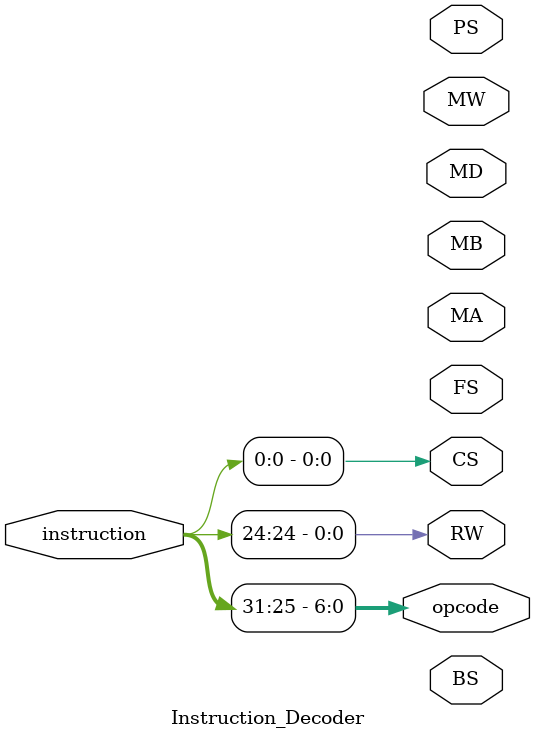
<source format=v>
`timescale 1ns / 1ps


module Instruction_Decoder(
    input[31:0] instruction,
    output[6:0] opcode,
    output RW,
    output[1:0] MD,
    output[1:0] BS,
    output PS,
    output MW,
    output[4:0] FS,
    output MB,
    output MA,
    output CS
    );
    assign opcode = instruction[31:25];
    assign RW = instruction[24];
    //assign DA = instruction[something];
    //assign AA = instruction[something];
    //assign BA = instruction[something];
    assign CS = instruction[0];
endmodule

</source>
